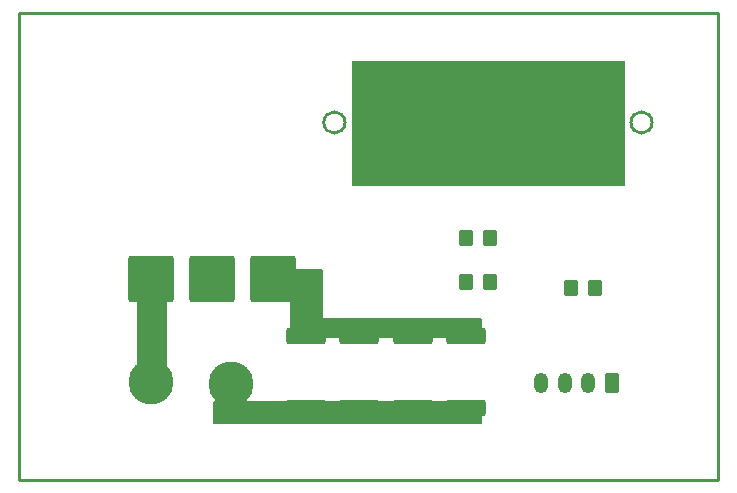
<source format=gbr>
G04 #@! TF.GenerationSoftware,KiCad,Pcbnew,(6.0.0)*
G04 #@! TF.CreationDate,2023-04-26T16:34:13+03:00*
G04 #@! TF.ProjectId,AccLoad,4163634c-6f61-4642-9e6b-696361645f70,rev?*
G04 #@! TF.SameCoordinates,Original*
G04 #@! TF.FileFunction,Soldermask,Top*
G04 #@! TF.FilePolarity,Negative*
%FSLAX46Y46*%
G04 Gerber Fmt 4.6, Leading zero omitted, Abs format (unit mm)*
G04 Created by KiCad (PCBNEW (6.0.0)) date 2023-04-26 16:34:13*
%MOMM*%
%LPD*%
G01*
G04 APERTURE LIST*
G04 Aperture macros list*
%AMRoundRect*
0 Rectangle with rounded corners*
0 $1 Rounding radius*
0 $2 $3 $4 $5 $6 $7 $8 $9 X,Y pos of 4 corners*
0 Add a 4 corners polygon primitive as box body*
4,1,4,$2,$3,$4,$5,$6,$7,$8,$9,$2,$3,0*
0 Add four circle primitives for the rounded corners*
1,1,$1+$1,$2,$3*
1,1,$1+$1,$4,$5*
1,1,$1+$1,$6,$7*
1,1,$1+$1,$8,$9*
0 Add four rect primitives between the rounded corners*
20,1,$1+$1,$2,$3,$4,$5,0*
20,1,$1+$1,$4,$5,$6,$7,0*
20,1,$1+$1,$6,$7,$8,$9,0*
20,1,$1+$1,$8,$9,$2,$3,0*%
G04 Aperture macros list end*
%ADD10C,0.200000*%
G04 #@! TA.AperFunction,Profile*
%ADD11C,0.250000*%
G04 #@! TD*
G04 #@! TA.AperFunction,Profile*
%ADD12C,0.100000*%
G04 #@! TD*
%ADD13RoundRect,0.249999X-1.425001X0.450001X-1.425001X-0.450001X1.425001X-0.450001X1.425001X0.450001X0*%
%ADD14RoundRect,0.250000X-0.350000X-0.450000X0.350000X-0.450000X0.350000X0.450000X-0.350000X0.450000X0*%
%ADD15RoundRect,0.250002X-1.699998X-1.699998X1.699998X-1.699998X1.699998X1.699998X-1.699998X1.699998X0*%
%ADD16C,2.600000*%
%ADD17C,3.800000*%
%ADD18RoundRect,0.250000X0.350000X0.625000X-0.350000X0.625000X-0.350000X-0.625000X0.350000X-0.625000X0*%
%ADD19O,1.200000X1.750000*%
%ADD20RoundRect,0.250000X0.350000X0.450000X-0.350000X0.450000X-0.350000X-0.450000X0.350000X-0.450000X0*%
G04 APERTURE END LIST*
D10*
X130411000Y-94739000D02*
X127744000Y-94739000D01*
X127744000Y-94739000D02*
X127744000Y-89659000D01*
X127744000Y-89659000D02*
X130411000Y-89659000D01*
X130411000Y-89659000D02*
X130411000Y-94739000D01*
G36*
X130411000Y-94739000D02*
G01*
X127744000Y-94739000D01*
X127744000Y-89659000D01*
X130411000Y-89659000D01*
X130411000Y-94739000D01*
G37*
X114790000Y-92389500D02*
X117203000Y-92389500D01*
X117203000Y-92389500D02*
X117203000Y-97850500D01*
X117203000Y-97850500D02*
X114790000Y-97850500D01*
X114790000Y-97850500D02*
X114790000Y-92389500D01*
G36*
X114790000Y-92389500D02*
G01*
X117203000Y-92389500D01*
X117203000Y-97850500D01*
X114790000Y-97850500D01*
X114790000Y-92389500D01*
G37*
X143873000Y-102613000D02*
X121267000Y-102613000D01*
X121267000Y-102613000D02*
X121267000Y-100835000D01*
X121267000Y-100835000D02*
X143873000Y-100835000D01*
X143873000Y-100835000D02*
X143873000Y-102613000D01*
G36*
X143873000Y-102613000D02*
G01*
X121267000Y-102613000D01*
X121267000Y-100835000D01*
X143873000Y-100835000D01*
X143873000Y-102613000D01*
G37*
X127871000Y-95374000D02*
X143873000Y-95374000D01*
X143873000Y-95374000D02*
X143873000Y-93850000D01*
X143873000Y-93850000D02*
X127871000Y-93850000D01*
X127871000Y-93850000D02*
X127871000Y-95374000D01*
G36*
X127871000Y-95374000D02*
G01*
X143873000Y-95374000D01*
X143873000Y-93850000D01*
X127871000Y-93850000D01*
X127871000Y-95374000D01*
G37*
D11*
X163957000Y-107442000D02*
X163957000Y-67942000D01*
X158357000Y-77192000D02*
G75*
G03*
X158357000Y-77192000I-900000J0D01*
G01*
X163957000Y-67942000D02*
X104757000Y-67942000D01*
X132357000Y-77192000D02*
G75*
G03*
X132357000Y-77192000I-900000J0D01*
G01*
X104757000Y-67942000D02*
X104757000Y-107442000D01*
X104757000Y-107442000D02*
X163957000Y-107442000D01*
D12*
X132958601Y-71943907D02*
X155955736Y-71943907D01*
X155955736Y-71943907D02*
X155955736Y-82447233D01*
X155955736Y-82447233D02*
X132958601Y-82447233D01*
X132958601Y-82447233D02*
X132958601Y-71943907D01*
G36*
X132958601Y-71943907D02*
G01*
X155955736Y-71943907D01*
X155955736Y-82447233D01*
X132958601Y-82447233D01*
X132958601Y-71943907D01*
G37*
D13*
X138073334Y-95247000D03*
X138073334Y-101347000D03*
D14*
X151525000Y-91183000D03*
X153525000Y-91183000D03*
D15*
X115967010Y-90445548D03*
D13*
X129014000Y-95247000D03*
X129014000Y-101347000D03*
D14*
X142635000Y-86992000D03*
X144635000Y-86992000D03*
D16*
X122664000Y-99311000D03*
D17*
X122664000Y-99311000D03*
D18*
X154956102Y-99242699D03*
D19*
X152956102Y-99242699D03*
X150956102Y-99242699D03*
X148956102Y-99242699D03*
D20*
X144635000Y-90675000D03*
X142635000Y-90675000D03*
D16*
X115933000Y-99184000D03*
D17*
X115933000Y-99184000D03*
D13*
X142603000Y-95247000D03*
X142603000Y-101347000D03*
X133543668Y-95247000D03*
X133543668Y-101347000D03*
D15*
X121134109Y-90437019D03*
X126257189Y-90445044D03*
M02*

</source>
